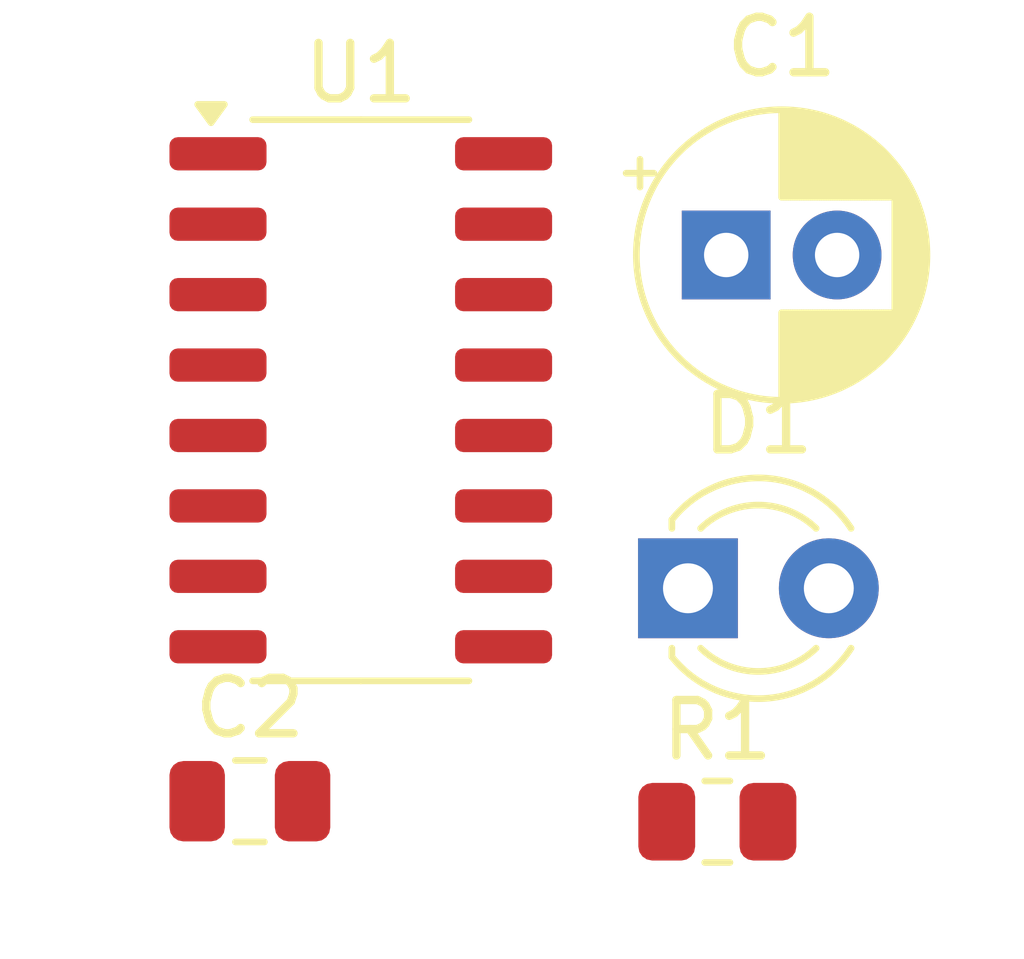
<source format=kicad_pcb>
(kicad_pcb (version 20241229) (generator "pcbnew") (generator_version "9.0")
  (layers (0 "F.Cu" signal) (2 "B.Cu" signal) (13 "F.Paste" user) (15 "B.Paste" user) (5 "F.SilkS" user "F.Silkscreen") (7 "B.SilkS" user "B.Silkscreen") (1 "F.Mask" user) (3 "B.Mask" user) (25 "Edge.Cuts" user))
  (net 0 "")
  (net 1 "Net-(U1-VDD)")
  (net 2 "VSS")
  (net 3 "Net-(D1-K)")
  (net 4 "VDD")
  (footprint "Package_SO:SO-16_3.9x9.9mm_P1.27mm" (layer "F.Cu") (at 67 42.5)
    (property "Reference" "U1" (at 0 -5.9 0) (layer "F.SilkS"))
    (property "Value" "AD009-01X")
    (fp_line (start 0 -5.06) (end -1.95 -5.06) (stroke (width 0.12)) (layer "F.SilkS"))
    (fp_line (start 0 -5.06) (end 1.95 -5.06) (stroke (width 0.12)) (layer "F.SilkS"))
    (fp_line (start 0 5.06) (end -1.95 5.06) (stroke (width 0.12)) (layer "F.SilkS"))
    (fp_line (start 0 5.06) (end 1.95 5.06) (stroke (width 0.12)) (layer "F.SilkS"))
    (fp_poly (pts (xy -2.7 -5.005) (xy -2.94 -5.335) (xy -2.46 -5.335) (xy -2.7 -5.005)) (stroke (width 0.12)) (fill yes) (layer "F.SilkS"))
    (pad "1" smd roundrect (at -2.575 -4.445) (size 1.75 0.6) (layers "F.Cu" "F.Mask" "F.Paste") (net 2 "VSS"))
    (pad "2" smd roundrect (at -2.575 -3.175) (size 1.75 0.6) (layers "F.Cu" "F.Mask" "F.Paste"))
    (pad "3" smd roundrect (at -2.575 -1.905) (size 1.75 0.6) (layers "F.Cu" "F.Mask" "F.Paste"))
    (pad "4" smd roundrect (at -2.575 -0.635) (size 1.75 0.6) (layers "F.Cu" "F.Mask" "F.Paste"))
    (pad "5" smd roundrect (at -2.575 0.635) (size 1.75 0.6) (layers "F.Cu" "F.Mask" "F.Paste"))
    (pad "6" smd roundrect (at -2.575 1.905) (size 1.75 0.6) (layers "F.Cu" "F.Mask" "F.Paste"))
    (pad "7" smd roundrect (at -2.575 3.175) (size 1.75 0.6) (layers "F.Cu" "F.Mask" "F.Paste"))
    (pad "8" smd roundrect (at -2.575 4.445) (size 1.75 0.6) (layers "F.Cu" "F.Mask" "F.Paste"))
    (pad "9" smd roundrect (at 2.575 4.445) (size 1.75 0.6) (layers "F.Cu" "F.Mask" "F.Paste"))
    (pad "10" smd roundrect (at 2.575 3.175) (size 1.75 0.6) (layers "F.Cu" "F.Mask" "F.Paste"))
    (pad "11" smd roundrect (at 2.575 1.905) (size 1.75 0.6) (layers "F.Cu" "F.Mask" "F.Paste"))
    (pad "12" smd roundrect (at 2.575 0.635) (size 1.75 0.6) (layers "F.Cu" "F.Mask" "F.Paste"))
    (pad "13" smd roundrect (at 2.575 -0.635) (size 1.75 0.6) (layers "F.Cu" "F.Mask" "F.Paste"))
    (pad "14" smd roundrect (at 2.575 -1.905) (size 1.75 0.6) (layers "F.Cu" "F.Mask" "F.Paste"))
    (pad "15" smd roundrect (at 2.575 -3.175) (size 1.75 0.6) (layers "F.Cu" "F.Mask" "F.Paste") (net 3 "Net-(D1-K)"))
    (pad "16" smd roundrect (at 2.575 -4.445) (size 1.75 0.6) (layers "F.Cu" "F.Mask" "F.Paste") (net 1 "Net-(U1-VDD)"))
  )
  (footprint "Capacitor_SMD:C_0805_2012Metric" (layer "F.Cu") (at 65 49.73)
    (property "Reference" "C2" (at 0 -1.68 0) (layer "F.SilkS"))
    (property "Value" "C_Polarized")
    (fp_line (start -0.261252 -0.735) (end 0.261252 -0.735) (stroke (width 0.12)) (layer "F.SilkS"))
    (fp_line (start -0.261252 0.735) (end 0.261252 0.735) (stroke (width 0.12)) (layer "F.SilkS"))
    (pad "1" smd roundrect (at -0.95 0) (size 1 1.45) (layers "F.Cu" "F.Mask" "F.Paste") (net 1 "Net-(U1-VDD)"))
    (pad "2" smd roundrect (at 0.95 0) (size 1 1.45) (layers "F.Cu" "F.Mask" "F.Paste") (net 2 "VSS"))
  )
  (footprint "Resistor_SMD:R_0805_2012Metric" (layer "F.Cu") (at 73.43 50.1)
    (property "Reference" "R1" (at 0 -1.65 0) (layer "F.SilkS"))
    (property "Value" "100")
    (fp_line (start -0.227064 -0.735) (end 0.227064 -0.735) (stroke (width 0.12)) (layer "F.SilkS"))
    (fp_line (start -0.227064 0.735) (end 0.227064 0.735) (stroke (width 0.12)) (layer "F.SilkS"))
    (pad "1" smd roundrect (at -0.9125 0) (size 1.025 1.4) (layers "F.Cu" "F.Mask" "F.Paste") (roundrect_rratio 0.243902) (net 1 "Net-(U1-VDD)"))
    (pad "2" smd roundrect (at 0.9125 0) (size 1.025 1.4) (layers "F.Cu" "F.Mask" "F.Paste") (roundrect_rratio 0.243902) (net 4 "VDD"))
  )
  (footprint "Capacitor_THT:CP_Radial_D5.0mm_P2.00mm" (layer "F.Cu") (at 73.589775 39.88)
    (property "Reference" "C1" (at 1 -3.75 0) (layer "F.SilkS"))
    (property "Value" "6.3v 100uF")
    (fp_line (start -1.804775 -1.475) (end -1.304775 -1.475) (stroke (width 0.12)) (layer "F.SilkS"))
    (fp_line (start -1.554775 -1.725) (end -1.554775 -1.225) (stroke (width 0.12)) (layer "F.SilkS"))
    (fp_line (start 1 -2.58) (end 1 -1.04) (stroke (width 0.12)) (layer "F.SilkS"))
    (fp_line (start 1 1.04) (end 1 2.58) (stroke (width 0.12)) (layer "F.SilkS"))
    (fp_line (start 1.04 -2.58) (end 1.04 -1.04) (stroke (width 0.12)) (layer "F.SilkS"))
    (fp_line (start 1.04 1.04) (end 1.04 2.58) (stroke (width 0.12)) (layer "F.SilkS"))
    (fp_line (start 1.08 -2.579) (end 1.08 -1.04) (stroke (width 0.12)) (layer "F.SilkS"))
    (fp_line (start 1.08 1.04) (end 1.08 2.579) (stroke (width 0.12)) (layer "F.SilkS"))
    (fp_line (start 1.12 -2.578) (end 1.12 -1.04) (stroke (width 0.12)) (layer "F.SilkS"))
    (fp_line (start 1.12 1.04) (end 1.12 2.578) (stroke (width 0.12)) (layer "F.SilkS"))
    (fp_line (start 1.16 -2.576) (end 1.16 -1.04) (stroke (width 0.12)) (layer "F.SilkS"))
    (fp_line (start 1.16 1.04) (end 1.16 2.576) (stroke (width 0.12)) (layer "F.SilkS"))
    (fp_line (start 1.2 -2.573) (end 1.2 -1.04) (stroke (width 0.12)) (layer "F.SilkS"))
    (fp_line (start 1.2 1.04) (end 1.2 2.573) (stroke (width 0.12)) (layer "F.SilkS"))
    (fp_line (start 1.24 -2.569) (end 1.24 -1.04) (stroke (width 0.12)) (layer "F.SilkS"))
    (fp_line (start 1.24 1.04) (end 1.24 2.569) (stroke (width 0.12)) (layer "F.SilkS"))
    (fp_line (start 1.28 -2.565) (end 1.28 -1.04) (stroke (width 0.12)) (layer "F.SilkS"))
    (fp_line (start 1.28 1.04) (end 1.28 2.565) (stroke (width 0.12)) (layer "F.SilkS"))
    (fp_line (start 1.32 -2.561) (end 1.32 -1.04) (stroke (width 0.12)) (layer "F.SilkS"))
    (fp_line (start 1.32 1.04) (end 1.32 2.561) (stroke (width 0.12)) (layer "F.SilkS"))
    (fp_line (start 1.36 -2.556) (end 1.36 -1.04) (stroke (width 0.12)) (layer "F.SilkS"))
    (fp_line (start 1.36 1.04) (end 1.36 2.556) (stroke (width 0.12)) (layer "F.SilkS"))
    (fp_line (start 1.4 -2.55) (end 1.4 -1.04) (stroke (width 0.12)) (layer "F.SilkS"))
    (fp_line (start 1.4 1.04) (end 1.4 2.55) (stroke (width 0.12)) (layer "F.SilkS"))
    (fp_line (start 1.44 -2.543) (end 1.44 -1.04) (stroke (width 0.12)) (layer "F.SilkS"))
    (fp_line (start 1.44 1.04) (end 1.44 2.543) (stroke (width 0.12)) (layer "F.SilkS"))
    (fp_line (start 1.48 -2.536) (end 1.48 -1.04) (stroke (width 0.12)) (layer "F.SilkS"))
    (fp_line (start 1.48 1.04) (end 1.48 2.536) (stroke (width 0.12)) (layer "F.SilkS"))
    (fp_line (start 1.52 -2.528) (end 1.52 -1.04) (stroke (width 0.12)) (layer "F.SilkS"))
    (fp_line (start 1.52 1.04) (end 1.52 2.528) (stroke (width 0.12)) (layer "F.SilkS"))
    (fp_line (start 1.56 -2.52) (end 1.56 -1.04) (stroke (width 0.12)) (layer "F.SilkS"))
    (fp_line (start 1.56 1.04) (end 1.56 2.52) (stroke (width 0.12)) (layer "F.SilkS"))
    (fp_line (start 1.6 -2.511) (end 1.6 -1.04) (stroke (width 0.12)) (layer "F.SilkS"))
    (fp_line (start 1.6 1.04) (end 1.6 2.511) (stroke (width 0.12)) (layer "F.SilkS"))
    (fp_line (start 1.64 -2.501) (end 1.64 -1.04) (stroke (width 0.12)) (layer "F.SilkS"))
    (fp_line (start 1.64 1.04) (end 1.64 2.501) (stroke (width 0.12)) (layer "F.SilkS"))
    (fp_line (start 1.68 -2.491) (end 1.68 -1.04) (stroke (width 0.12)) (layer "F.SilkS"))
    (fp_line (start 1.68 1.04) (end 1.68 2.491) (stroke (width 0.12)) (layer "F.SilkS"))
    (fp_line (start 1.721 -2.48) (end 1.721 -1.04) (stroke (width 0.12)) (layer "F.SilkS"))
    (fp_line (start 1.721 1.04) (end 1.721 2.48) (stroke (width 0.12)) (layer "F.SilkS"))
    (fp_line (start 1.761 -2.468) (end 1.761 -1.04) (stroke (width 0.12)) (layer "F.SilkS"))
    (fp_line (start 1.761 1.04) (end 1.761 2.468) (stroke (width 0.12)) (layer "F.SilkS"))
    (fp_line (start 1.801 -2.455) (end 1.801 -1.04) (stroke (width 0.12)) (layer "F.SilkS"))
    (fp_line (start 1.801 1.04) (end 1.801 2.455) (stroke (width 0.12)) (layer "F.SilkS"))
    (fp_line (start 1.841 -2.442) (end 1.841 -1.04) (stroke (width 0.12)) (layer "F.SilkS"))
    (fp_line (start 1.841 1.04) (end 1.841 2.442) (stroke (width 0.12)) (layer "F.SilkS"))
    (fp_line (start 1.881 -2.428) (end 1.881 -1.04) (stroke (width 0.12)) (layer "F.SilkS"))
    (fp_line (start 1.881 1.04) (end 1.881 2.428) (stroke (width 0.12)) (layer "F.SilkS"))
    (fp_line (start 1.921 -2.414) (end 1.921 -1.04) (stroke (width 0.12)) (layer "F.SilkS"))
    (fp_line (start 1.921 1.04) (end 1.921 2.414) (stroke (width 0.12)) (layer "F.SilkS"))
    (fp_line (start 1.961 -2.398) (end 1.961 -1.04) (stroke (width 0.12)) (layer "F.SilkS"))
    (fp_line (start 1.961 1.04) (end 1.961 2.398) (stroke (width 0.12)) (layer "F.SilkS"))
    (fp_line (start 2.001 -2.382) (end 2.001 -1.04) (stroke (width 0.12)) (layer "F.SilkS"))
    (fp_line (start 2.001 1.04) (end 2.001 2.382) (stroke (width 0.12)) (layer "F.SilkS"))
    (fp_line (start 2.041 -2.365) (end 2.041 -1.04) (stroke (width 0.12)) (layer "F.SilkS"))
    (fp_line (start 2.041 1.04) (end 2.041 2.365) (stroke (width 0.12)) (layer "F.SilkS"))
    (fp_line (start 2.081 -2.348) (end 2.081 -1.04) (stroke (width 0.12)) (layer "F.SilkS"))
    (fp_line (start 2.081 1.04) (end 2.081 2.348) (stroke (width 0.12)) (layer "F.SilkS"))
    (fp_line (start 2.121 -2.329) (end 2.121 -1.04) (stroke (width 0.12)) (layer "F.SilkS"))
    (fp_line (start 2.121 1.04) (end 2.121 2.329) (stroke (width 0.12)) (layer "F.SilkS"))
    (fp_line (start 2.161 -2.31) (end 2.161 -1.04) (stroke (width 0.12)) (layer "F.SilkS"))
    (fp_line (start 2.161 1.04) (end 2.161 2.31) (stroke (width 0.12)) (layer "F.SilkS"))
    (fp_line (start 2.201 -2.29) (end 2.201 -1.04) (stroke (width 0.12)) (layer "F.SilkS"))
    (fp_line (start 2.201 1.04) (end 2.201 2.29) (stroke (width 0.12)) (layer "F.SilkS"))
    (fp_line (start 2.241 -2.268) (end 2.241 -1.04) (stroke (width 0.12)) (layer "F.SilkS"))
    (fp_line (start 2.241 1.04) (end 2.241 2.268) (stroke (width 0.12)) (layer "F.SilkS"))
    (fp_line (start 2.281 -2.247) (end 2.281 -1.04) (stroke (width 0.12)) (layer "F.SilkS"))
    (fp_line (start 2.281 1.04) (end 2.281 2.247) (stroke (width 0.12)) (layer "F.SilkS"))
    (fp_line (start 2.321 -2.224) (end 2.321 -1.04) (stroke (width 0.12)) (layer "F.SilkS"))
    (fp_line (start 2.321 1.04) (end 2.321 2.224) (stroke (width 0.12)) (layer "F.SilkS"))
    (fp_line (start 2.361 -2.2) (end 2.361 -1.04) (stroke (width 0.12)) (layer "F.SilkS"))
    (fp_line (start 2.361 1.04) (end 2.361 2.2) (stroke (width 0.12)) (layer "F.SilkS"))
    (fp_line (start 2.401 -2.175) (end 2.401 -1.04) (stroke (width 0.12)) (layer "F.SilkS"))
    (fp_line (start 2.401 1.04) (end 2.401 2.175) (stroke (width 0.12)) (layer "F.SilkS"))
    (fp_line (start 2.441 -2.149) (end 2.441 -1.04) (stroke (width 0.12)) (layer "F.SilkS"))
    (fp_line (start 2.441 1.04) (end 2.441 2.149) (stroke (width 0.12)) (layer "F.SilkS"))
    (fp_line (start 2.481 -2.122) (end 2.481 -1.04) (stroke (width 0.12)) (layer "F.SilkS"))
    (fp_line (start 2.481 1.04) (end 2.481 2.122) (stroke (width 0.12)) (layer "F.SilkS"))
    (fp_line (start 2.521 -2.095) (end 2.521 -1.04) (stroke (width 0.12)) (layer "F.SilkS"))
    (fp_line (start 2.521 1.04) (end 2.521 2.095) (stroke (width 0.12)) (layer "F.SilkS"))
    (fp_line (start 2.561 -2.065) (end 2.561 -1.04) (stroke (width 0.12)) (layer "F.SilkS"))
    (fp_line (start 2.561 1.04) (end 2.561 2.065) (stroke (width 0.12)) (layer "F.SilkS"))
    (fp_line (start 2.601 -2.035) (end 2.601 -1.04) (stroke (width 0.12)) (layer "F.SilkS"))
    (fp_line (start 2.601 1.04) (end 2.601 2.035) (stroke (width 0.12)) (layer "F.SilkS"))
    (fp_line (start 2.641 -2.004) (end 2.641 -1.04) (stroke (width 0.12)) (layer "F.SilkS"))
    (fp_line (start 2.641 1.04) (end 2.641 2.004) (stroke (width 0.12)) (layer "F.SilkS"))
    (fp_line (start 2.681 -1.971) (end 2.681 -1.04) (stroke (width 0.12)) (layer "F.SilkS"))
    (fp_line (start 2.681 1.04) (end 2.681 1.971) (stroke (width 0.12)) (layer "F.SilkS"))
    (fp_line (start 2.721 -1.937) (end 2.721 -1.04) (stroke (width 0.12)) (layer "F.SilkS"))
    (fp_line (start 2.721 1.04) (end 2.721 1.937) (stroke (width 0.12)) (layer "F.SilkS"))
    (fp_line (start 2.761 -1.901) (end 2.761 -1.04) (stroke (width 0.12)) (layer "F.SilkS"))
    (fp_line (start 2.761 1.04) (end 2.761 1.901) (stroke (width 0.12)) (layer "F.SilkS"))
    (fp_line (start 2.801 -1.864) (end 2.801 -1.04) (stroke (width 0.12)) (layer "F.SilkS"))
    (fp_line (start 2.801 1.04) (end 2.801 1.864) (stroke (width 0.12)) (layer "F.SilkS"))
    (fp_line (start 2.841 -1.826) (end 2.841 -1.04) (stroke (width 0.12)) (layer "F.SilkS"))
    (fp_line (start 2.841 1.04) (end 2.841 1.826) (stroke (width 0.12)) (layer "F.SilkS"))
    (fp_line (start 2.881 -1.785) (end 2.881 -1.04) (stroke (width 0.12)) (layer "F.SilkS"))
    (fp_line (start 2.881 1.04) (end 2.881 1.785) (stroke (width 0.12)) (layer "F.SilkS"))
    (fp_line (start 2.921 -1.743) (end 2.921 -1.04) (stroke (width 0.12)) (layer "F.SilkS"))
    (fp_line (start 2.921 1.04) (end 2.921 1.743) (stroke (width 0.12)) (layer "F.SilkS"))
    (fp_line (start 2.961 -1.699) (end 2.961 -1.04) (stroke (width 0.12)) (layer "F.SilkS"))
    (fp_line (start 2.961 1.04) (end 2.961 1.699) (stroke (width 0.12)) (layer "F.SilkS"))
    (fp_line (start 3.001 -1.653) (end 3.001 -1.04) (stroke (width 0.12)) (layer "F.SilkS"))
    (fp_line (start 3.001 1.04) (end 3.001 1.653) (stroke (width 0.12)) (layer "F.SilkS"))
    (fp_line (start 3.041 -1.605) (end 3.041 1.605) (stroke (width 0.12)) (layer "F.SilkS"))
    (fp_line (start 3.081 -1.554) (end 3.081 1.554) (stroke (width 0.12)) (layer "F.SilkS"))
    (fp_line (start 3.121 -1.5) (end 3.121 1.5) (stroke (width 0.12)) (layer "F.SilkS"))
    (fp_line (start 3.161 -1.443) (end 3.161 1.443) (stroke (width 0.12)) (layer "F.SilkS"))
    (fp_line (start 3.201 -1.383) (end 3.201 1.383) (stroke (width 0.12)) (layer "F.SilkS"))
    (fp_line (start 3.241 -1.319) (end 3.241 1.319) (stroke (width 0.12)) (layer "F.SilkS"))
    (fp_line (start 3.281 -1.251) (end 3.281 1.251) (stroke (width 0.12)) (layer "F.SilkS"))
    (fp_line (start 3.321 -1.178) (end 3.321 1.178) (stroke (width 0.12)) (layer "F.SilkS"))
    (fp_line (start 3.361 -1.098) (end 3.361 1.098) (stroke (width 0.12)) (layer "F.SilkS"))
    (fp_line (start 3.401 -1.011) (end 3.401 1.011) (stroke (width 0.12)) (layer "F.SilkS"))
    (fp_line (start 3.441 -0.915) (end 3.441 0.915) (stroke (width 0.12)) (layer "F.SilkS"))
    (fp_line (start 3.481 -0.805) (end 3.481 0.805) (stroke (width 0.12)) (layer "F.SilkS"))
    (fp_line (start 3.521 -0.677) (end 3.521 0.677) (stroke (width 0.12)) (layer "F.SilkS"))
    (fp_line (start 3.561 -0.518) (end 3.561 0.518) (stroke (width 0.12)) (layer "F.SilkS"))
    (fp_line (start 3.601 -0.284) (end 3.601 0.284) (stroke (width 0.12)) (layer "F.SilkS"))
    (fp_circle (center 1 0) (end 3.62 0) (stroke (width 0.12)) (fill no) (layer "F.SilkS"))
    (pad "1" thru_hole rect (at 0 0) (size 1.6 1.6) (drill 0.8) (layers "*.Cu" "*.Mask") (net 1 "Net-(U1-VDD)"))
    (pad "2" thru_hole circle (at 2 0) (size 1.6 1.6) (drill 0.8) (layers "*.Cu" "*.Mask") (net 2 "VSS"))
  )
  (footprint "LED_THT:LED_D3.0mm_IRBlack" (layer "F.Cu") (at 72.9 45.89)
    (property "Reference" "D1" (at 1.27 -2.96 0) (layer "F.SilkS"))
    (property "Value" "IR204A")
    (fp_line (start -0.29 -1.236) (end -0.29 -1.08) (stroke (width 0.12)) (layer "F.SilkS"))
    (fp_line (start -0.29 1.08) (end -0.29 1.236) (stroke (width 0.12)) (layer "F.SilkS"))
    (fp_arc (start -0.29 -1.235516) (mid 1.365624 -1.987701) (end 2.941397 -1.080061) (stroke (width 0.12)) (layer "F.SilkS"))
    (fp_arc (start 0.229039 -1.08) (mid 1.269964 -1.5) (end 2.31091 -1.080049) (stroke (width 0.12)) (layer "F.SilkS"))
    (fp_arc (start 2.31091 1.080049) (mid 1.269964 1.5) (end 0.229039 1.08) (stroke (width 0.12)) (layer "F.SilkS"))
    (fp_arc (start 2.941397 1.080061) (mid 1.365624 1.987701) (end -0.29 1.235516) (stroke (width 0.12)) (layer "F.SilkS"))
    (pad "1" thru_hole rect (at 0 0) (size 1.8 1.8) (drill 0.9) (layers "*.Cu" "*.Mask") (net 3 "Net-(D1-K)"))
    (pad "2" thru_hole circle (at 2.54 0) (size 1.8 1.8) (drill 0.9) (layers "*.Cu" "*.Mask") (net 4 "VDD"))
  )
)
</source>
